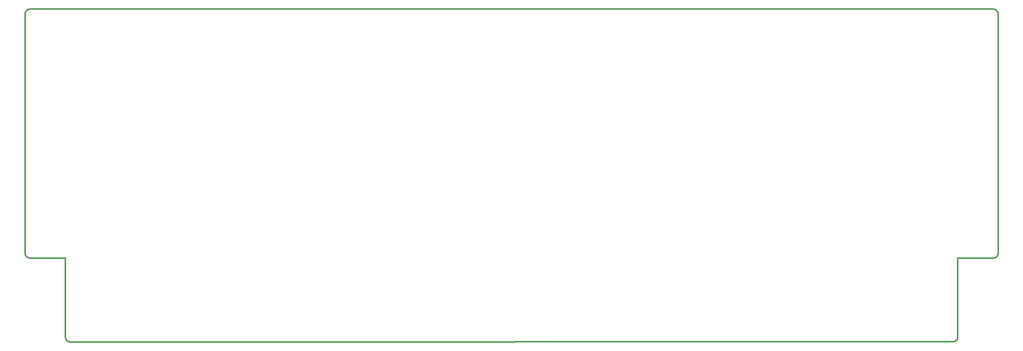
<source format=gbr>
%TF.GenerationSoftware,KiCad,Pcbnew,8.0.6*%
%TF.CreationDate,2025-02-17T10:52:22+09:00*%
%TF.ProjectId,assemble,61737365-6d62-46c6-952e-6b696361645f,rev?*%
%TF.SameCoordinates,Original*%
%TF.FileFunction,Profile,NP*%
%FSLAX46Y46*%
G04 Gerber Fmt 4.6, Leading zero omitted, Abs format (unit mm)*
G04 Created by KiCad (PCBNEW 8.0.6) date 2025-02-17 10:52:22*
%MOMM*%
%LPD*%
G01*
G04 APERTURE LIST*
%TA.AperFunction,Profile*%
%ADD10C,0.300000*%
%TD*%
G04 APERTURE END LIST*
D10*
X269563160Y-96916875D02*
G75*
G02*
X268372510Y-98107560I-1190560J-125D01*
G01*
X258847335Y-117871875D02*
X50721690Y-117912750D01*
X268372510Y-98107525D02*
X260037960Y-98107500D01*
X41196490Y-39290625D02*
X268372535Y-39290625D01*
X260037960Y-98107500D02*
X260037960Y-116681250D01*
X49531040Y-116722092D02*
X49531040Y-98107500D01*
X50721690Y-117912750D02*
G75*
G02*
X49531050Y-116722092I10J1190650D01*
G01*
X269563160Y-40481250D02*
X269563160Y-96916875D01*
X40005840Y-96916875D02*
X40005815Y-40481238D01*
X260037960Y-116681250D02*
G75*
G02*
X258847335Y-117871960I-1190760J50D01*
G01*
X49531040Y-98107500D02*
X41196490Y-98107475D01*
X40005815Y-40481238D02*
G75*
G02*
X41196490Y-39290615I1190685J-62D01*
G01*
X41196490Y-98107475D02*
G75*
G02*
X40005825Y-96916875I10J1190675D01*
G01*
X268372535Y-39290625D02*
G75*
G02*
X269563175Y-40481250I65J-1190575D01*
G01*
M02*

</source>
